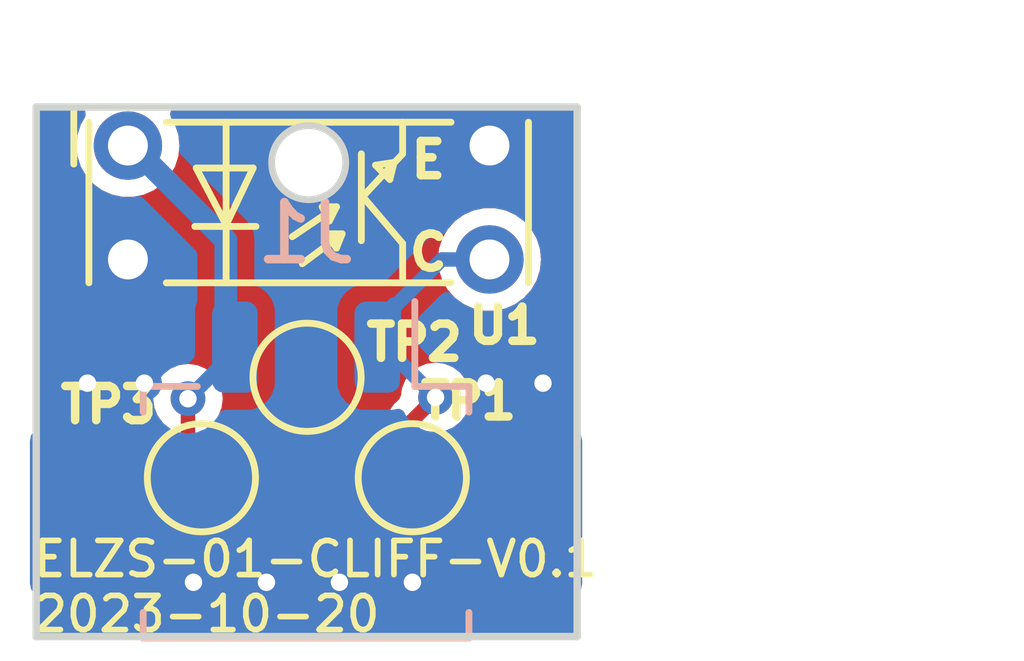
<source format=kicad_pcb>
(kicad_pcb (version 20221018) (generator pcbnew)
  (title_block (title "ELZS-01-Cliff") (date "2023-10-20") (rev "V0.1") (company "Ovobot") (comment 1 "ELZS-01 Cliff副板，V0.1，9.5x9.3x1.0mm ，FR4，2层，绿油白字，无铅喷锡"))
  (layers (0 "F.Cu" signal) (31 "B.Cu" signal) (34 "B.Paste" user) (35 "F.Paste" user) (36 "B.SilkS" user "B.Silkscreen") (37 "F.SilkS" user "F.Silkscreen") (38 "B.Mask" user) (39 "F.Mask" user) (44 "Edge.Cuts" user))
  (net 0 "")
  (net 1 "/EDGE_DET_LT")
  (net 2 "GND")
  (net 3 "Net-(J1-Pin_3)")
  (footprint "TestPoint:TestPoint_Pad_D1.5mm" (layer "F.Cu") (at 148.525 97.741)
    (fp_text reference "TP1" (at 0.987 -1.346) (layer "F.SilkS") (effects (font (size 0.6 0.6))))
    (fp_text value "EDGE_DET_LT")
    (fp_circle (center 0 0) (end 0 0.95) (stroke (width 0.12)) (fill none) (layer "F.SilkS"))
    (pad "1" smd circle (at 0 0) (size 1.5 1.5) (layers "F.Cu" "F.Mask") (net 1 "/EDGE_DET_LT"))
  )
  (footprint "Ovo_Sensor_Proximity:EverLight_ITR1203_7.5x2.6mm_P2.0mm" (layer "F.Cu") (at 146.705 92.9075)
    (fp_text reference "U1" (at 3.437 2.1585 unlocked) (layer "F.SilkS") (effects (font (size 0.6 0.6))))
    (fp_text value "ITR1203DT50A/TB")
    (fp_text user "E" (at 2.1 -0.75 unlocked) (layer "F.SilkS") (effects (font (size 0.6 0.6))))
    (fp_text user "C" (at 2.1 0.875 unlocked) (layer "F.SilkS") (effects (font (size 0.6 0.6))))
    (fp_line (start -4.125 -1.675) (end -3.125 -1.675) (stroke (width 0.12)) (layer "F.SilkS"))
    (fp_line (start -4.125 -0.675) (end -4.125 -1.675) (stroke (width 0.12)) (layer "F.SilkS"))
    (fp_line (start -3.86 -1.41) (end -3.86 1.41) (stroke (width 0.12)) (layer "F.SilkS"))
    (fp_line (start -2.5 -1.41) (end 2.5 -1.41) (stroke (width 0.12)) (layer "F.SilkS"))
    (fp_line (start -2.5 1.41) (end 2.5 1.41) (stroke (width 0.12)) (layer "F.SilkS"))
    (fp_line (start -2 0.42) (end -0.925 0.42) (stroke (width 0.12)) (layer "F.SilkS"))
    (fp_line (start -1.975 -0.605) (end -0.975 -0.605) (stroke (width 0.12)) (layer "F.SilkS"))
    (fp_line (start -1.45 0.395) (end -1.975 -0.605) (stroke (width 0.12)) (layer "F.SilkS"))
    (fp_line (start -1.45 1.41) (end -1.45 -1.41) (stroke (width 0.12)) (layer "F.SilkS"))
    (fp_line (start -0.975 -0.605) (end -1.45 0.395) (stroke (width 0.12)) (layer "F.SilkS"))
    (fp_line (start -0.2875 0.6) (end 0.4875 0.075) (stroke (width 0.12)) (layer "F.SilkS"))
    (fp_line (start -0.1125 1.075) (end 0.5875 0.55) (stroke (width 0.12)) (layer "F.SilkS"))
    (fp_line (start 0.2375 0.075) (end 0.3625 0.325) (stroke (width 0.12)) (layer "F.SilkS"))
    (fp_line (start 0.3125 0.55) (end 0.4875 0.8) (stroke (width 0.12)) (layer "F.SilkS"))
    (fp_line (start 0.3625 0.325) (end 0.4875 0.075) (stroke (width 0.12)) (layer "F.SilkS"))
    (fp_line (start 0.4875 0.075) (end 0.2375 0.075) (stroke (width 0.12)) (layer "F.SilkS"))
    (fp_line (start 0.4875 0.8) (end 0.5875 0.55) (stroke (width 0.12)) (layer "F.SilkS"))
    (fp_line (start 0.5875 0.55) (end 0.3125 0.55) (stroke (width 0.12)) (layer "F.SilkS"))
    (fp_line (start 0.925 -0.855) (end 0.925 0.67) (stroke (width 0.12)) (layer "F.SilkS"))
    (fp_line (start 0.95 -0.105) (end 1.65 -0.855) (stroke (width 0.12)) (layer "F.SilkS"))
    (fp_line (start 1.175 -0.655) (end 1.425 -0.405) (stroke (width 0.12)) (layer "F.SilkS"))
    (fp_line (start 1.425 -0.405) (end 1.5 -0.705) (stroke (width 0.12)) (layer "F.SilkS"))
    (fp_line (start 1.5 -0.705) (end 1.175 -0.655) (stroke (width 0.12)) (layer "F.SilkS"))
    (fp_line (start 1.65 -0.855) (end 1.65 -1.41) (stroke (width 0.12)) (layer "F.SilkS"))
    (fp_line (start 1.65 0.72) (end 0.95 -0.105) (stroke (width 0.12)) (layer "F.SilkS"))
    (fp_line (start 1.65 1.41) (end 1.65 0.72) (stroke (width 0.12)) (layer "F.SilkS"))
    (fp_line (start 3.86 -1.41) (end 3.86 1.41) (stroke (width 0.12)) (layer "F.SilkS"))
    (fp_circle (center 0 -0.7) (end 0.65 -0.7) (stroke (width 0.12)) (fill none) (layer "Edge.Cuts"))
    (pad "1" thru_hole circle (at -3.175 -1) (size 1.2 1.2) (drill 0.7) (layers "*.Cu" "*.Mask") (net 3 "Net-(J1-Pin_3)"))
    (pad "2" thru_hole circle (at -3.175 1) (size 1.2 1.2) (drill 0.7) (layers "*.Cu" "*.Mask") (net 2 "GND"))
    (pad "3" thru_hole circle (at 3.175 1) (size 1.2 1.2) (drill 0.7) (layers "*.Cu" "*.Mask") (net 1 "/EDGE_DET_LT"))
    (pad "4" thru_hole circle (at 3.175 -1) (size 1.2 1.2) (drill 0.7) (layers "*.Cu" "*.Mask") (net 2 "GND"))
  )
  (footprint "TestPoint:TestPoint_Pad_D1.5mm" (layer "F.Cu") (at 146.676 95.977)
    (fp_text reference "TP2" (at 1.884 -0.613) (layer "F.SilkS") (effects (font (size 0.6 0.6))))
    (fp_text value "GND")
    (fp_circle (center 0 0) (end 0 0.95) (stroke (width 0.12)) (fill none) (layer "F.SilkS"))
    (pad "1" smd circle (at 0 0) (size 1.5 1.5) (layers "F.Cu" "F.Mask") (net 2 "GND"))
  )
  (footprint "TestPoint:TestPoint_Pad_D1.5mm" (layer "F.Cu") (at 144.821 97.741)
    (fp_text reference "TP3" (at -1.632 -1.282) (layer "F.SilkS") (effects (font (size 0.6 0.6))))
    (fp_text value "3V3")
    (fp_circle (center 0 0) (end 0 0.95) (stroke (width 0.12)) (fill none) (layer "F.SilkS"))
    (pad "1" smd circle (at 0 0) (size 1.5 1.5) (layers "F.Cu" "F.Mask") (net 3 "Net-(J1-Pin_3)"))
  )
  (footprint "Connector_Molex:Molex_PicoBlade_53261-0371_1x03-1MP_P1.25mm_Horizontal" (layer "B.Cu") (at 146.659 97.847 180)
    (fp_text reference "J1" (at 0 4.4) (layer "B.SilkS") (effects (justify mirror)))
    (fp_text value "SH1.25MM/3AWSMT")
    (fp_line (start -2.86 -2.71) (end 2.86 -2.71) (stroke (width 0.12)) (layer "B.SilkS"))
    (fp_line (start -2.86 -2.26) (end -2.86 -2.71) (stroke (width 0.12)) (layer "B.SilkS"))
    (fp_line (start -2.86 1.26) (end -2.86 1.71) (stroke (width 0.12)) (layer "B.SilkS"))
    (fp_line (start -2.86 1.71) (end -1.91 1.71) (stroke (width 0.12)) (layer "B.SilkS"))
    (fp_line (start -1.91 1.71) (end -1.91 3.2) (stroke (width 0.12)) (layer "B.SilkS"))
    (fp_line (start 2.86 -2.71) (end 2.86 -2.26) (stroke (width 0.12)) (layer "B.SilkS"))
    (fp_line (start 2.86 1.26) (end 2.86 1.71) (stroke (width 0.12)) (layer "B.SilkS"))
    (fp_line (start 2.86 1.71) (end 1.91 1.71) (stroke (width 0.12)) (layer "B.SilkS"))
    (pad "1" smd roundrect (at -1.25 2.4 180) (size 0.8 1.6) (layers "B.Cu" "B.Paste" "B.Mask") (net 1 "/EDGE_DET_LT"))
    (pad "2" smd roundrect (at 0 2.4 180) (size 0.8 1.6) (layers "B.Cu" "B.Paste" "B.Mask") (net 2 "GND"))
    (pad "3" smd roundrect (at 1.25 2.4 180) (size 0.8 1.6) (layers "B.Cu" "B.Paste" "B.Mask") (net 3 "Net-(J1-Pin_3)"))
    (pad "MP" smd roundrect (at -3.8 -0.5 180) (size 2.1 3) (layers "B.Cu" "B.Paste" "B.Mask") (roundrect_rratio 0.1190480952) (net 2 "GND"))
    (pad "MP" smd roundrect (at 3.8 -0.5 180) (size 2.1 3) (layers "B.Cu" "B.Paste" "B.Mask") (roundrect_rratio 0.1190480952) (net 2 "GND"))
  )
  (gr_line (start 141.921 91.23) (end 151.42 91.23) (stroke (width 0.13)) (layer "Edge.Cuts"))
  (gr_line (start 151.42 100.53) (end 151.42 91.23) (stroke (width 0.13)) (layer "Edge.Cuts"))
  (gr_line (start 151.42 100.53) (end 141.92 100.53) (stroke (width 0.13)) (layer "Edge.Cuts"))
  (gr_line (start 141.92 100.53) (end 141.92 91.23) (stroke (width 0.13)) (layer "Edge.Cuts"))
  (gr_text "ELZS-01-CLIFF-${REVISION}\n${ISSUE_DATE}\n" (at 141.822 99.652) (layer "F.SilkS") (effects (font (size 0.6 0.6) (thickness 0.1)) (justify left)))
  (segment (start 148.933 96.329) (end 148.525 96.737) (width 0.254) (layer "F.Cu") (net 1))
  (segment (start 148.525 96.737) (end 148.525 97.741) (width 0.254) (layer "F.Cu") (net 1))
  (via (at 148.933 96.329) (size 0.6096) (drill 0.3048) (layers "F.Cu" "B.Cu") (net 1))
  (segment (start 148.2 95.596) (end 148.2 94.7) (width 0.254) (layer "B.Cu") (net 1))
  (segment (start 148.933 96.329) (end 148.2 95.596) (width 0.254) (layer "B.Cu") (net 1))
  (segment (start 149.0425 93.9075) (end 148.25 94.7) (width 0.254) (layer "B.Cu") (net 1))
  (segment (start 149.94 93.9075) (end 149.0425 93.9075) (width 0.254) (layer "B.Cu") (net 1))
  (via (at 150.82 96.08) (size 0.6096) (drill 0.3048) (layers "F.Cu" "B.Cu") (net 2))
  (via (at 148.526668 99.577) (size 0.6096) (drill 0.3048) (layers "F.Cu" "B.Cu") (net 2))
  (via (at 144.681668 99.577) (size 0.6096) (drill 0.3048) (layers "F.Cu" "B.Cu") (net 2))
  (via (at 147.245 99.577) (size 0.6096) (drill 0.3048) (layers "F.Cu" "B.Cu") (net 2))
  (via (at 149.82 96.08) (size 0.6096) (drill 0.3048) (layers "F.Cu" "B.Cu") (net 2))
  (via (at 145.963334 99.577) (size 0.6096) (drill 0.3048) (layers "F.Cu" "B.Cu") (net 2))
  (via (at 143.82 96.08) (size 0.6096) (drill 0.3048) (layers "F.Cu" "B.Cu") (net 2))
  (via (at 142.82 96.08) (size 0.6096) (drill 0.3048) (layers "F.Cu" "B.Cu") (net 2))
  (segment (start 144.585002 97.505002) (end 144.821 97.741) (width 0.254) (layer "F.Cu") (net 3))
  (segment (start 144.585002 96.353143) (end 144.585002 97.505002) (width 0.254) (layer "F.Cu") (net 3))
  (via (at 144.585002 96.353143) (size 0.6096) (drill 0.3048) (layers "F.Cu" "B.Cu") (net 3))
  (segment (start 145.2 94.7) (end 145.2 95.738145) (width 0.254) (layer "B.Cu") (net 3))
  (segment (start 145.25 93.57) (end 143.59 91.91) (width 0.4) (layer "B.Cu") (net 3))
  (segment (start 145.2 95.738145) (end 144.585002 96.353143) (width 0.254) (layer "B.Cu") (net 3))
  (segment (start 145.25 94.7) (end 145.25 93.57) (width 0.4) (layer "B.Cu") (net 3))
  (zone (net 2) (net_name "GND") (layers "F&B.Cu") (connect_pads yes (clearance 0.3)) (min_thickness 0.25) (fill yes (thermal_gap 0.5) (thermal_bridge_width 0.5))
    (polygon (pts (xy 141.92 100.54) (xy 151.46 100.54) (xy 151.46 91.15) (xy 151.46 91.23) (xy 141.92 91.23)))
  )
)
</source>
